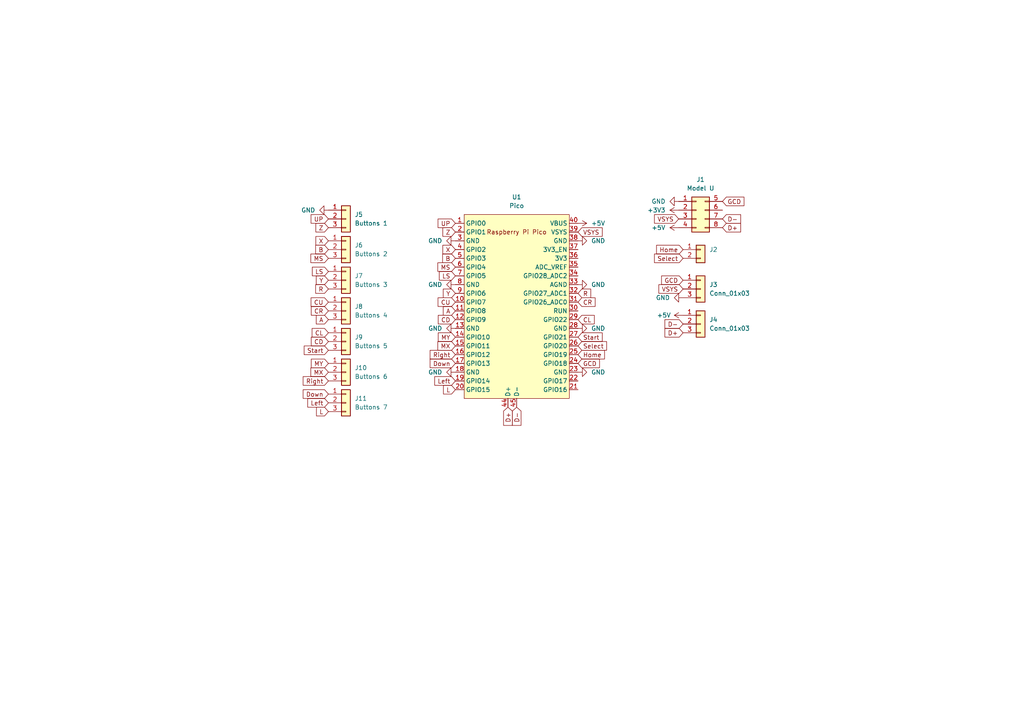
<source format=kicad_sch>
(kicad_sch (version 20211123) (generator eeschema)
  (paper "A4")
  (lib_symbols
    (symbol "Connector_Generic:Conn_01x02" (pin_names (offset 1.016) hide)
      (property "Reference" "J" (at 0 2.54 0))
      (property "Value" "Conn_01x02" (at 0 -5.08 0))
      (symbol "Conn_01x02_1_1"
        (rectangle (start -1.27 -2.413) (end 0 -2.667) (stroke (width 0.1524)))
        (rectangle (start -1.27 0.127) (end 0 -0.127) (stroke (width 0.1524)))
        (rectangle (start -1.27 1.27) (end 1.27 -3.81) (stroke (width 0.254)) (fill (type background)))
        (pin passive line (at -5.08 0 0) (length 3.81) (name "Pin_1") (number "1"))
        (pin passive line (at -5.08 -2.54 0) (length 3.81) (name "Pin_2") (number "2"))
      )
    )
    (symbol "Connector_Generic:Conn_01x03" (pin_names (offset 1.016) hide)
      (property "Reference" "J" (at 0 5.08 0))
      (property "Value" "Conn_01x03" (at 0 -5.08 0))
      (symbol "Conn_01x03_1_1"
        (rectangle (start -1.27 -2.413) (end 0 -2.667) (stroke (width 0.1524)))
        (rectangle (start -1.27 0.127) (end 0 -0.127) (stroke (width 0.1524)))
        (rectangle (start -1.27 2.667) (end 0 2.413) (stroke (width 0.1524)))
        (rectangle (start -1.27 3.81) (end 1.27 -3.81) (stroke (width 0.254)) (fill (type background)))
        (pin passive line (at -5.08 2.54 0) (length 3.81) (name "Pin_1") (number "1"))
        (pin passive line (at -5.08 0 0) (length 3.81) (name "Pin_2") (number "2"))
        (pin passive line (at -5.08 -2.54 0) (length 3.81) (name "Pin_3") (number "3"))
      )
    )
    (symbol "Connector_Generic:Conn_02x04_Top_Bottom" (pin_names (offset 1.016) hide)
      (property "Reference" "J" (at 1.27 5.08 0))
      (property "Value" "Conn_02x04_Top_Bottom" (at 1.27 -7.62 0))
      (symbol "Conn_02x04_Top_Bottom_1_1"
        (rectangle (start -1.27 -4.953) (end 0 -5.207) (stroke (width 0.1524)))
        (rectangle (start -1.27 -2.413) (end 0 -2.667) (stroke (width 0.1524)))
        (rectangle (start -1.27 0.127) (end 0 -0.127) (stroke (width 0.1524)))
        (rectangle (start -1.27 2.667) (end 0 2.413) (stroke (width 0.1524)))
        (rectangle (start -1.27 3.81) (end 3.81 -6.35) (stroke (width 0.254)) (fill (type background)))
        (rectangle (start 3.81 -4.953) (end 2.54 -5.207) (stroke (width 0.1524)))
        (rectangle (start 3.81 -2.413) (end 2.54 -2.667) (stroke (width 0.1524)))
        (rectangle (start 3.81 0.127) (end 2.54 -0.127) (stroke (width 0.1524)))
        (rectangle (start 3.81 2.667) (end 2.54 2.413) (stroke (width 0.1524)))
        (pin passive line (at -5.08 2.54 0) (length 3.81) (name "Pin_1") (number "1"))
        (pin passive line (at -5.08 0 0) (length 3.81) (name "Pin_2") (number "2"))
        (pin passive line (at -5.08 -2.54 0) (length 3.81) (name "Pin_3") (number "3"))
        (pin passive line (at -5.08 -5.08 0) (length 3.81) (name "Pin_4") (number "4"))
        (pin passive line (at 7.62 2.54 180) (length 3.81) (name "Pin_5") (number "5"))
        (pin passive line (at 7.62 0 180) (length 3.81) (name "Pin_6") (number "6"))
        (pin passive line (at 7.62 -2.54 180) (length 3.81) (name "Pin_7") (number "7"))
        (pin passive line (at 7.62 -5.08 180) (length 3.81) (name "Pin_8") (number "8"))
      )
    )
    (symbol "MCU_RaspberryPi_and_Boards:Pico"
      (property "Reference" "U1" (at 0 31.75 0))
      (property "Value" "Pico" (at 0 29.21 0))
      (symbol "Pico_0_0"
        (text "Raspberry Pi Pico" (at 0 21.59 0) (effects (font (size 1.27 1.27))))
      )
      (symbol "Pico_0_1"
        (rectangle (start -15.24 26.67) (end 15.24 -26.67) (fill (type background)))
      )
      (symbol "Pico_1_1"
        (pin bidirectional line (at -17.78 24.13 0) (length 2.54) (name "GPIO0") (number "1"))
        (pin bidirectional line (at -17.78 1.27 0) (length 2.54) (name "GPIO7") (number "10"))
        (pin bidirectional line (at -17.78 -1.27 0) (length 2.54) (name "GPIO8") (number "11"))
        (pin bidirectional line (at -17.78 -3.81 0) (length 2.54) (name "GPIO9") (number "12"))
        (pin power_in line (at -17.78 -6.35 0) (length 2.54) (name "GND") (number "13"))
        (pin bidirectional line (at -17.78 -8.89 0) (length 2.54) (name "GPIO10") (number "14"))
        (pin bidirectional line (at -17.78 -11.43 0) (length 2.54) (name "GPIO11") (number "15"))
        (pin bidirectional line (at -17.78 -13.97 0) (length 2.54) (name "GPIO12") (number "16"))
        (pin bidirectional line (at -17.78 -16.51 0) (length 2.54) (name "GPIO13") (number "17"))
        (pin power_in line (at -17.78 -19.05 0) (length 2.54) (name "GND") (number "18"))
        (pin bidirectional line (at -17.78 -21.59 0) (length 2.54) (name "GPIO14") (number "19"))
        (pin bidirectional line (at -17.78 21.59 0) (length 2.54) (name "GPIO1") (number "2"))
        (pin bidirectional line (at -17.78 -24.13 0) (length 2.54) (name "GPIO15") (number "20"))
        (pin bidirectional line (at 17.78 -24.13 180) (length 2.54) (name "GPIO16") (number "21"))
        (pin bidirectional line (at 17.78 -21.59 180) (length 2.54) (name "GPIO17") (number "22"))
        (pin power_in line (at 17.78 -19.05 180) (length 2.54) (name "GND") (number "23"))
        (pin bidirectional line (at 17.78 -16.51 180) (length 2.54) (name "GPIO18") (number "24"))
        (pin bidirectional line (at 17.78 -13.97 180) (length 2.54) (name "GPIO19") (number "25"))
        (pin bidirectional line (at 17.78 -11.43 180) (length 2.54) (name "GPIO20") (number "26"))
        (pin bidirectional line (at 17.78 -8.89 180) (length 2.54) (name "GPIO21") (number "27"))
        (pin power_in line (at 17.78 -6.35 180) (length 2.54) (name "GND") (number "28"))
        (pin bidirectional line (at 17.78 -3.81 180) (length 2.54) (name "GPIO22") (number "29"))
        (pin power_in line (at -17.78 19.05 0) (length 2.54) (name "GND") (number "3"))
        (pin input line (at 17.78 -1.27 180) (length 2.54) (name "RUN") (number "30"))
        (pin bidirectional line (at 17.78 1.27 180) (length 2.54) (name "GPIO26_ADC0") (number "31"))
        (pin bidirectional line (at 17.78 3.81 180) (length 2.54) (name "GPIO27_ADC1") (number "32"))
        (pin power_in line (at 17.78 6.35 180) (length 2.54) (name "AGND") (number "33"))
        (pin bidirectional line (at 17.78 8.89 180) (length 2.54) (name "GPIO28_ADC2") (number "34"))
        (pin power_in line (at 17.78 11.43 180) (length 2.54) (name "ADC_VREF") (number "35"))
        (pin power_in line (at 17.78 13.97 180) (length 2.54) (name "3V3") (number "36"))
        (pin input line (at 17.78 16.51 180) (length 2.54) (name "3V3_EN") (number "37"))
        (pin bidirectional line (at 17.78 19.05 180) (length 2.54) (name "GND") (number "38"))
        (pin power_in line (at 17.78 21.59 180) (length 2.54) (name "VSYS") (number "39"))
        (pin bidirectional line (at -17.78 16.51 0) (length 2.54) (name "GPIO2") (number "4"))
        (pin power_in line (at 17.78 24.13 180) (length 2.54) (name "VBUS") (number "40"))
        (pin output line (at -2.54 -29.21 90) (length 2.54) (name "D+") (number "44"))
        (pin output line (at 0 -29.21 90) (length 2.54) (name "D-") (number "45"))
        (pin bidirectional line (at -17.78 13.97 0) (length 2.54) (name "GPIO3") (number "5"))
        (pin bidirectional line (at -17.78 11.43 0) (length 2.54) (name "GPIO4") (number "6"))
        (pin bidirectional line (at -17.78 8.89 0) (length 2.54) (name "GPIO5") (number "7"))
        (pin power_in line (at -17.78 6.35 0) (length 2.54) (name "GND") (number "8"))
        (pin bidirectional line (at -17.78 3.81 0) (length 2.54) (name "GPIO6") (number "9"))
      )
    )
    (symbol "power:+3.3V" (power) (pin_names (offset 0))
      (property "Value" "+3.3V" (at 0 3.556 0))
      (symbol "+3.3V_0_1"
        (polyline (pts (xy -0.762 1.27) (xy 0 2.54)))
        (polyline (pts (xy 0 0) (xy 0 2.54)))
        (polyline (pts (xy 0 2.54) (xy 0.762 1.27)))
      )
      (symbol "+3.3V_1_1"
        (pin power_in line (at 0 0 90) (length 0) hide (name "+3V3") (number "1"))
      )
    )
    (symbol "power:+5V" (power) (pin_names (offset 0))
      (property "Value" "+5V" (at 0 3.556 0))
      (symbol "+5V_0_1"
        (polyline (pts (xy -0.762 1.27) (xy 0 2.54)))
        (polyline (pts (xy 0 0) (xy 0 2.54)))
        (polyline (pts (xy 0 2.54) (xy 0.762 1.27)))
      )
      (symbol "+5V_1_1"
        (pin power_in line (at 0 0 90) (length 0) hide (name "+5V") (number "1"))
      )
    )
    (symbol "power:GND" (power) (pin_names (offset 0))
      (property "Value" "GND" (at 0 -3.81 0))
      (symbol "GND_0_1"
        (polyline (pts (xy 0 0) (xy 0 -1.27) (xy 1.27 -1.27) (xy 0 -2.54) (xy -1.27 -1.27) (xy 0 -1.27)))
      )
      (symbol "GND_1_1"
        (pin power_in line (at 0 0 270) (length 0) hide (name "GND") (number "1"))
      )
    )
  )
  (global_label "CD" (shape input) (at 132.08 92.71 180) (property "Intersheet References" "${INTERSHEET_REFS}" (effects hide)))
  (global_label "B" (shape input) (at 95.25 72.39 180) (property "Intersheet References" "${INTERSHEET_REFS}" (effects hide)))
  (global_label "CD" (shape input) (at 95.25 99.06 180) (property "Intersheet References" "${INTERSHEET_REFS}" (effects hide)))
  (global_label "D+" (shape input) (at 147.32 118.11 270) (property "Intersheet References" "${INTERSHEET_REFS}" (effects hide)))
  (global_label "MX" (shape input) (at 95.25 107.95 180) (property "Intersheet References" "${INTERSHEET_REFS}" (effects hide)))
  (global_label "D-" (shape input) (at 198.12 93.98 180) (property "Intersheet References" "${INTERSHEET_REFS}" (effects hide)))
  (global_label "VSYS" (shape input) (at 196.85 63.5 180) (property "Intersheet References" "${INTERSHEET_REFS}" (effects hide)))
  (global_label "Select" (shape input) (at 167.64 100.33 0) (property "Intersheet References" "${INTERSHEET_REFS}" (effects hide)))
  (global_label "CL" (shape input) (at 95.25 96.52 180) (property "Intersheet References" "${INTERSHEET_REFS}" (effects hide)))
  (global_label "GCD" (shape input) (at 209.55 58.42 0) (property "Intersheet References" "${INTERSHEET_REFS}" (effects hide)))
  (global_label "VSYS" (shape input) (at 167.64 67.31 0) (property "Intersheet References" "${INTERSHEET_REFS}" (effects hide)))
  (global_label "Home" (shape input) (at 198.12 72.39 180) (property "Intersheet References" "${INTERSHEET_REFS}" (effects hide)))
  (global_label "Down" (shape input) (at 95.25 114.3 180) (property "Intersheet References" "${INTERSHEET_REFS}" (effects hide)))
  (global_label "Select" (shape input) (at 198.12 74.93 180) (property "Intersheet References" "${INTERSHEET_REFS}" (effects hide)))
  (global_label "Start" (shape input) (at 95.25 101.6 180) (property "Intersheet References" "${INTERSHEET_REFS}" (effects hide)))
  (global_label "CU" (shape input) (at 95.25 87.63 180) (property "Intersheet References" "${INTERSHEET_REFS}" (effects hide)))
  (global_label "Start" (shape input) (at 167.64 97.79 0) (property "Intersheet References" "${INTERSHEET_REFS}" (effects hide)))
  (global_label "B" (shape input) (at 132.08 74.93 180) (property "Intersheet References" "${INTERSHEET_REFS}" (effects hide)))
  (global_label "CR" (shape input) (at 167.64 87.63 0) (property "Intersheet References" "${INTERSHEET_REFS}" (effects hide)))
  (global_label "GCD" (shape input) (at 198.12 81.28 180) (property "Intersheet References" "${INTERSHEET_REFS}" (effects hide)))
  (global_label "UP" (shape input) (at 95.25 63.5 180) (property "Intersheet References" "${INTERSHEET_REFS}" (effects hide)))
  (global_label "L" (shape input) (at 95.25 119.38 180) (property "Intersheet References" "${INTERSHEET_REFS}" (effects hide)))
  (global_label "MY" (shape input) (at 95.25 105.41 180) (property "Intersheet References" "${INTERSHEET_REFS}" (effects hide)))
  (global_label "Z" (shape input) (at 95.25 66.04 180) (property "Intersheet References" "${INTERSHEET_REFS}" (effects hide)))
  (global_label "L" (shape input) (at 132.08 113.03 180) (property "Intersheet References" "${INTERSHEET_REFS}" (effects hide)))
  (global_label "VSYS" (shape input) (at 198.12 83.82 180) (property "Intersheet References" "${INTERSHEET_REFS}" (effects hide)))
  (global_label "UP" (shape input) (at 132.08 64.77 180) (property "Intersheet References" "${INTERSHEET_REFS}" (effects hide)))
  (global_label "CU" (shape input) (at 132.08 87.63 180) (property "Intersheet References" "${INTERSHEET_REFS}" (effects hide)))
  (global_label "MX" (shape input) (at 132.08 100.33 180) (property "Intersheet References" "${INTERSHEET_REFS}" (effects hide)))
  (global_label "Z" (shape input) (at 132.08 67.31 180) (property "Intersheet References" "${INTERSHEET_REFS}" (effects hide)))
  (global_label "Down" (shape input) (at 132.08 105.41 180) (property "Intersheet References" "${INTERSHEET_REFS}" (effects hide)))
  (global_label "R" (shape input) (at 167.64 85.09 0) (property "Intersheet References" "${INTERSHEET_REFS}" (effects hide)))
  (global_label "X" (shape input) (at 132.08 72.39 180) (property "Intersheet References" "${INTERSHEET_REFS}" (effects hide)))
  (global_label "D+" (shape input) (at 209.55 66.04 0) (property "Intersheet References" "${INTERSHEET_REFS}" (effects hide)))
  (global_label "MY" (shape input) (at 132.08 97.79 180) (property "Intersheet References" "${INTERSHEET_REFS}" (effects hide)))
  (global_label "Left" (shape input) (at 132.08 110.49 180) (property "Intersheet References" "${INTERSHEET_REFS}" (effects hide)))
  (global_label "MS" (shape input) (at 95.25 74.93 180) (property "Intersheet References" "${INTERSHEET_REFS}" (effects hide)))
  (global_label "X" (shape input) (at 95.25 69.85 180) (property "Intersheet References" "${INTERSHEET_REFS}" (effects hide)))
  (global_label "LS" (shape input) (at 95.25 78.74 180) (property "Intersheet References" "${INTERSHEET_REFS}" (effects hide)))
  (global_label "Home" (shape input) (at 167.64 102.87 0) (property "Intersheet References" "${INTERSHEET_REFS}" (effects hide)))
  (global_label "R" (shape input) (at 95.25 83.82 180) (property "Intersheet References" "${INTERSHEET_REFS}" (effects hide)))
  (global_label "A" (shape input) (at 95.25 92.71 180) (property "Intersheet References" "${INTERSHEET_REFS}" (effects hide)))
  (global_label "D+" (shape input) (at 198.12 96.52 180) (property "Intersheet References" "${INTERSHEET_REFS}" (effects hide)))
  (global_label "MS" (shape input) (at 132.08 77.47 180) (property "Intersheet References" "${INTERSHEET_REFS}" (effects hide)))
  (global_label "Right" (shape input) (at 132.08 102.87 180) (property "Intersheet References" "${INTERSHEET_REFS}" (effects hide)))
  (global_label "GCD" (shape input) (at 167.64 105.41 0) (property "Intersheet References" "${INTERSHEET_REFS}" (effects hide)))
  (global_label "LS" (shape input) (at 132.08 80.01 180) (property "Intersheet References" "${INTERSHEET_REFS}" (effects hide)))
  (global_label "D-" (shape input) (at 149.86 118.11 270) (property "Intersheet References" "${INTERSHEET_REFS}" (effects hide)))
  (global_label "Y" (shape input) (at 95.25 81.28 180) (property "Intersheet References" "${INTERSHEET_REFS}" (effects hide)))
  (global_label "A" (shape input) (at 132.08 90.17 180) (property "Intersheet References" "${INTERSHEET_REFS}" (effects hide)))
  (global_label "D-" (shape input) (at 209.55 63.5 0) (property "Intersheet References" "${INTERSHEET_REFS}" (effects hide)))
  (global_label "CR" (shape input) (at 95.25 90.17 180) (property "Intersheet References" "${INTERSHEET_REFS}" (effects hide)))
  (global_label "CL" (shape input) (at 167.64 92.71 0) (property "Intersheet References" "${INTERSHEET_REFS}" (effects hide)))
  (global_label "Left" (shape input) (at 95.25 116.84 180) (property "Intersheet References" "${INTERSHEET_REFS}" (effects hide)))
  (global_label "Y" (shape input) (at 132.08 85.09 180) (property "Intersheet References" "${INTERSHEET_REFS}" (effects hide)))
  (global_label "Right" (shape input) (at 95.25 110.49 180) (property "Intersheet References" "${INTERSHEET_REFS}" (effects hide)))
  (symbol (lib_id "Connector_Generic:Conn_01x03") (at 100.33 63.5 0) (unit 1)
    (property "Reference" "J5" (at 102.87 62.2299 0) (effects (justify left)))
    (property "Value" "Buttons 1" (at 102.87 64.7699 0) (effects (justify left)))
    (property "Footprint" "Didiy:Degson_DG350_1X03_Screw_Terminal" (effects hide))
  )
  (symbol (lib_id "power:GND") (at 167.64 95.25 90) (unit 1)
    (property "Reference" "#PWR0109" (effects hide))
    (property "Value" "GND" (at 171.45 95.2499 90) (effects (justify right)))
  )
  (symbol (lib_id "Connector_Generic:Conn_01x02") (at 203.2 72.39 0) (unit 1)
    (property "Reference" "J2" (at 205.74 72.3899 0) (effects (justify left)))
    (property "Value" "Conn_01x02" (effects hide))
    (property "Footprint" "Didiy:Degson_DG350_1X02_Screw_Terminal" (effects hide))
  )
  (symbol (lib_id "power:GND") (at 167.64 69.85 90) (unit 1)
    (property "Reference" "#PWR0101" (effects hide))
    (property "Value" "GND" (at 171.45 69.8499 90) (effects (justify right)))
  )
  (symbol (lib_id "Connector_Generic:Conn_01x03") (at 100.33 107.95 0) (unit 1)
    (property "Reference" "J10" (at 102.87 106.6799 0) (effects (justify left)))
    (property "Value" "Buttons 6" (at 102.87 109.2199 0) (effects (justify left)))
    (property "Footprint" "Didiy:Degson_DG350_1X03_Screw_Terminal" (effects hide))
  )
  (symbol (lib_id "Connector_Generic:Conn_01x03") (at 203.2 83.82 0) (unit 1)
    (property "Reference" "J3" (at 205.74 82.5499 0) (effects (justify left)))
    (property "Value" "Conn_01x03" (at 205.74 85.0899 0) (effects (justify left)))
    (property "Footprint" "Didiy:Degson_DG350_1X03_Screw_Terminal" (effects hide))
  )
  (symbol (lib_id "Connector_Generic:Conn_01x03") (at 100.33 116.84 0) (unit 1)
    (property "Reference" "J11" (at 102.87 115.5699 0) (effects (justify left)))
    (property "Value" "Buttons 7" (at 102.87 118.1099 0) (effects (justify left)))
    (property "Footprint" "Didiy:Degson_DG350_1X03_Screw_Terminal" (effects hide))
  )
  (symbol (lib_id "power:+5V") (at 198.12 91.44 90) (unit 1)
    (property "Reference" "#PWR0116" (effects hide))
    (property "Value" "+5V" (at 190.5 91.44 90) (effects (justify right)))
  )
  (symbol (lib_id "power:+3.3V") (at 196.85 60.96 90) (unit 1)
    (property "Reference" "#PWR0108" (effects hide))
    (property "Value" "+3.3V" (at 193.04 60.9599 90) (effects (justify left)))
  )
  (symbol (lib_id "power:GND") (at 95.25 60.96 270) (unit 1)
    (property "Reference" "#PWR0114" (effects hide))
    (property "Value" "GND" (at 91.44 60.9599 90) (effects (justify right)))
  )
  (symbol (lib_id "power:GND") (at 132.08 69.85 270) (unit 1)
    (property "Reference" "#PWR0110" (effects hide))
    (property "Value" "GND" (at 128.27 69.8499 90) (effects (justify right)))
  )
  (symbol (lib_id "power:GND") (at 167.64 82.55 90) (unit 1)
    (property "Reference" "#PWR0103" (effects hide))
    (property "Value" "GND" (at 171.45 82.5499 90) (effects (justify right)))
  )
  (symbol (lib_id "power:GND") (at 198.12 86.36 270) (unit 1)
    (property "Reference" "#PWR0115" (effects hide))
    (property "Value" "GND" (at 194.31 86.3599 90) (effects (justify right)))
  )
  (symbol (lib_id "power:GND") (at 132.08 107.95 270) (unit 1)
    (property "Reference" "#PWR0113" (effects hide))
    (property "Value" "GND" (at 128.27 107.9499 90) (effects (justify right)))
  )
  (symbol (lib_id "Connector_Generic:Conn_01x03") (at 100.33 72.39 0) (unit 1)
    (property "Reference" "J6" (at 102.87 71.1199 0) (effects (justify left)))
    (property "Value" "Buttons 2" (at 102.87 73.6599 0) (effects (justify left)))
    (property "Footprint" "Didiy:Degson_DG350_1X03_Screw_Terminal" (effects hide))
  )
  (symbol (lib_id "Connector_Generic:Conn_01x03") (at 100.33 90.17 0) (unit 1)
    (property "Reference" "J8" (at 102.87 88.8999 0) (effects (justify left)))
    (property "Value" "Buttons 4" (at 102.87 91.4399 0) (effects (justify left)))
    (property "Footprint" "Didiy:Degson_DG350_1X03_Screw_Terminal" (effects hide))
  )
  (symbol (lib_id "Connector_Generic:Conn_01x03") (at 203.2 93.98 0) (unit 1)
    (property "Reference" "J4" (at 205.74 92.7099 0) (effects (justify left)))
    (property "Value" "Conn_01x03" (at 205.74 95.2499 0) (effects (justify left)))
    (property "Footprint" "Didiy:Degson_DG350_1X03_Screw_Terminal" (effects hide))
  )
  (symbol (lib_id "MCU_RaspberryPi_and_Boards:Pico") (at 149.86 88.9 0) (unit 1)
    (property "Reference" "U1" (at 149.86 57.15 0))
    (property "Value" "Pico" (at 149.86 59.69 0))
    (property "Footprint" "Pico:RPi_Pico_Removed3Pins" (effects hide))
  )
  (symbol (lib_id "power:GND") (at 132.08 82.55 270) (unit 1)
    (property "Reference" "#PWR0111" (effects hide))
    (property "Value" "GND" (at 128.27 82.5499 90) (effects (justify right)))
  )
  (symbol (lib_id "power:+5V") (at 167.64 64.77 270) (unit 1)
    (property "Reference" "#PWR0102" (effects hide))
    (property "Value" "+5V" (at 171.45 64.7699 90) (effects (justify left)))
  )
  (symbol (lib_id "power:GND") (at 196.85 58.42 270) (unit 1)
    (property "Reference" "#PWR0106" (effects hide))
    (property "Value" "GND" (at 193.04 58.4199 90) (effects (justify right)))
  )
  (symbol (lib_id "power:GND") (at 132.08 95.25 270) (unit 1)
    (property "Reference" "#PWR0112" (effects hide))
    (property "Value" "GND" (at 128.27 95.2499 90) (effects (justify right)))
  )
  (symbol (lib_id "Connector_Generic:Conn_01x03") (at 100.33 99.06 0) (unit 1)
    (property "Reference" "J9" (at 102.87 97.7899 0) (effects (justify left)))
    (property "Value" "Buttons 5" (at 102.87 100.3299 0) (effects (justify left)))
    (property "Footprint" "Didiy:Degson_DG350_1X03_Screw_Terminal" (effects hide))
  )
  (symbol (lib_id "Connector_Generic:Conn_01x03") (at 100.33 81.28 0) (unit 1)
    (property "Reference" "J7" (at 102.87 80.0099 0) (effects (justify left)))
    (property "Value" "Buttons 3" (at 102.87 82.5499 0) (effects (justify left)))
    (property "Footprint" "Didiy:Degson_DG350_1X03_Screw_Terminal" (effects hide))
  )
  (symbol (lib_id "Connector_Generic:Conn_02x04_Top_Bottom") (at 201.93 60.96 0) (unit 1)
    (property "Reference" "J1" (at 203.2 52.07 0))
    (property "Value" "Model U" (at 203.2 54.61 0))
    (property "Footprint" "HTangl:Model_UD_Header" (effects hide))
  )
  (symbol (lib_id "power:+5V") (at 196.85 66.04 90) (unit 1)
    (property "Reference" "#PWR0104" (effects hide))
    (property "Value" "+5V" (at 193.04 66.0399 90) (effects (justify left)))
  )
  (symbol (lib_id "power:GND") (at 167.64 107.95 90) (unit 1)
    (property "Reference" "#PWR0105" (effects hide))
    (property "Value" "GND" (at 171.45 107.9499 90) (effects (justify right)))
  )
)
</source>
